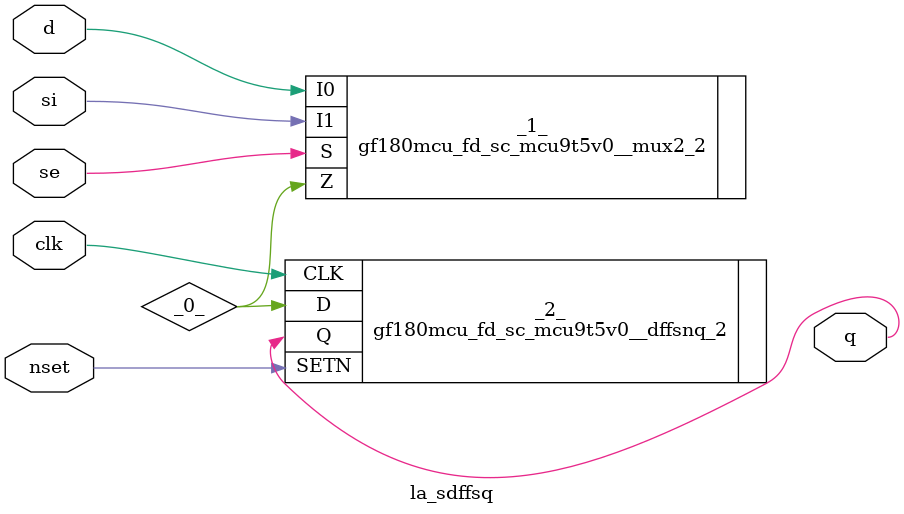
<source format=v>

/* Generated by Yosys 0.37 (git sha1 a5c7f69ed, clang 14.0.0-1ubuntu1.1 -fPIC -Os) */

module la_sdffsq(d, si, se, clk, nset, q);
  wire _0_;
  input clk;
  wire clk;
  input d;
  wire d;
  input nset;
  wire nset;
  output q;
  wire q;
  input se;
  wire se;
  input si;
  wire si;
  gf180mcu_fd_sc_mcu9t5v0__mux2_2 _1_ (
    .I0(d),
    .I1(si),
    .S(se),
    .Z(_0_)
  );
  gf180mcu_fd_sc_mcu9t5v0__dffsnq_2 _2_ (
    .CLK(clk),
    .D(_0_),
    .Q(q),
    .SETN(nset)
  );
endmodule

</source>
